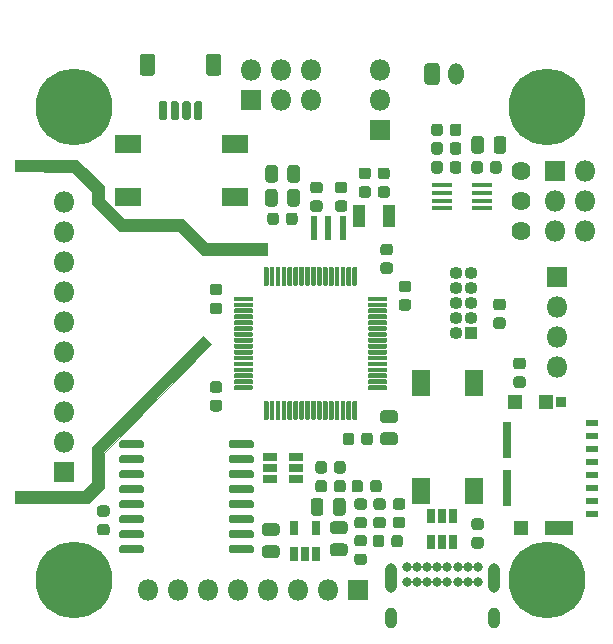
<source format=gts>
%TF.GenerationSoftware,KiCad,Pcbnew,(5.1.6-0-10_14)*%
%TF.CreationDate,2021-04-22T17:40:41-07:00*%
%TF.ProjectId,BetsyBoardBig,42657473-7942-46f6-9172-644269672e6b,rev?*%
%TF.SameCoordinates,Original*%
%TF.FileFunction,Soldermask,Top*%
%TF.FilePolarity,Negative*%
%FSLAX46Y46*%
G04 Gerber Fmt 4.6, Leading zero omitted, Abs format (unit mm)*
G04 Created by KiCad (PCBNEW (5.1.6-0-10_14)) date 2021-04-22 17:40:41*
%MOMM*%
%LPD*%
G01*
G04 APERTURE LIST*
%ADD10C,0.100000*%
%ADD11C,1.624000*%
%ADD12R,0.650000X3.010000*%
%ADD13R,1.300000X1.150000*%
%ADD14R,1.180000X1.150000*%
%ADD15R,0.880000X0.820000*%
%ADD16R,2.490000X1.150000*%
%ADD17R,1.100000X0.600000*%
%ADD18R,2.200000X1.500000*%
%ADD19R,1.500000X2.200000*%
%ADD20O,1.000000X1.800000*%
%ADD21O,1.000000X2.500000*%
%ADD22C,0.800000*%
%ADD23O,1.800000X1.800000*%
%ADD24R,1.800000X1.800000*%
%ADD25R,1.700000X0.400000*%
%ADD26O,1.100000X1.100000*%
%ADD27R,1.100000X1.100000*%
%ADD28O,1.300000X1.850000*%
%ADD29R,1.160000X0.750000*%
%ADD30C,0.900000*%
%ADD31C,6.500000*%
%ADD32R,0.750000X1.160000*%
%ADD33R,1.100000X1.900000*%
%ADD34R,0.500000X2.000000*%
G04 APERTURE END LIST*
D10*
G36*
X111600000Y-75100000D02*
G01*
X102500000Y-84250000D01*
X102500000Y-87250000D01*
X101250000Y-88500000D01*
X95000000Y-88500000D01*
X95000000Y-87500000D01*
X100750000Y-87500000D01*
X101500000Y-86750000D01*
X101500000Y-83750000D01*
X110900000Y-74400000D01*
X111600000Y-75100000D01*
G37*
X111600000Y-75100000D02*
X102500000Y-84250000D01*
X102500000Y-87250000D01*
X101250000Y-88500000D01*
X95000000Y-88500000D01*
X95000000Y-87500000D01*
X100750000Y-87500000D01*
X101500000Y-86750000D01*
X101500000Y-83750000D01*
X110900000Y-74400000D01*
X111600000Y-75100000D01*
G36*
X102500000Y-61700000D02*
G01*
X102500000Y-62800000D01*
X104200000Y-64500000D01*
X109200000Y-64500000D01*
X111200000Y-66500000D01*
X116300000Y-66500000D01*
X116300000Y-67500000D01*
X110800000Y-67500000D01*
X108800000Y-65500000D01*
X103800000Y-65500000D01*
X101500000Y-63200000D01*
X101500000Y-62200000D01*
X99800000Y-60500000D01*
X95000000Y-60400000D01*
X95000000Y-59500000D01*
X100200000Y-59500000D01*
X102500000Y-61700000D01*
G37*
X102500000Y-61700000D02*
X102500000Y-62800000D01*
X104200000Y-64500000D01*
X109200000Y-64500000D01*
X111200000Y-66500000D01*
X116300000Y-66500000D01*
X116300000Y-67500000D01*
X110800000Y-67500000D01*
X108800000Y-65500000D01*
X103800000Y-65500000D01*
X101500000Y-63200000D01*
X101500000Y-62200000D01*
X99800000Y-60500000D01*
X95000000Y-60400000D01*
X95000000Y-59500000D01*
X100200000Y-59500000D01*
X102500000Y-61700000D01*
D11*
%TO.C,TP2-BOOT1*%
X137795000Y-65455800D03*
%TD*%
%TO.C,TP2-BOOT0*%
X137800000Y-60400000D03*
%TD*%
%TO.C,TP1-NRST1*%
X137807700Y-62915800D03*
%TD*%
D12*
%TO.C,J8*%
X136610000Y-83205000D03*
D13*
X137290000Y-79975000D03*
D14*
X139900000Y-79975000D03*
D15*
X141170000Y-80000000D03*
D12*
X136610000Y-87220000D03*
D13*
X137860000Y-90625000D03*
D16*
X141050000Y-90625000D03*
D17*
X143850000Y-89450000D03*
X143850000Y-88350000D03*
X143850000Y-87250000D03*
X143850000Y-86150000D03*
X143850000Y-85050000D03*
X143850000Y-83950000D03*
X143850000Y-82850000D03*
X143850000Y-81750000D03*
%TD*%
D18*
%TO.C,SW2*%
X104550000Y-58150000D03*
X104550000Y-62650000D03*
X113650000Y-58150000D03*
X113650000Y-62650000D03*
%TD*%
D19*
%TO.C,SW3*%
X129350000Y-87500000D03*
X133850000Y-87500000D03*
X129350000Y-78400000D03*
X133850000Y-78400000D03*
%TD*%
%TO.C,R9*%
G36*
G01*
X127781250Y-89100000D02*
X127218750Y-89100000D01*
G75*
G02*
X126975000Y-88856250I0J243750D01*
G01*
X126975000Y-88368750D01*
G75*
G02*
X127218750Y-88125000I243750J0D01*
G01*
X127781250Y-88125000D01*
G75*
G02*
X128025000Y-88368750I0J-243750D01*
G01*
X128025000Y-88856250D01*
G75*
G02*
X127781250Y-89100000I-243750J0D01*
G01*
G37*
G36*
G01*
X127781250Y-90675000D02*
X127218750Y-90675000D01*
G75*
G02*
X126975000Y-90431250I0J243750D01*
G01*
X126975000Y-89943750D01*
G75*
G02*
X127218750Y-89700000I243750J0D01*
G01*
X127781250Y-89700000D01*
G75*
G02*
X128025000Y-89943750I0J-243750D01*
G01*
X128025000Y-90431250D01*
G75*
G02*
X127781250Y-90675000I-243750J0D01*
G01*
G37*
%TD*%
%TO.C,R8*%
G36*
G01*
X134431250Y-90800000D02*
X133868750Y-90800000D01*
G75*
G02*
X133625000Y-90556250I0J243750D01*
G01*
X133625000Y-90068750D01*
G75*
G02*
X133868750Y-89825000I243750J0D01*
G01*
X134431250Y-89825000D01*
G75*
G02*
X134675000Y-90068750I0J-243750D01*
G01*
X134675000Y-90556250D01*
G75*
G02*
X134431250Y-90800000I-243750J0D01*
G01*
G37*
G36*
G01*
X134431250Y-92375000D02*
X133868750Y-92375000D01*
G75*
G02*
X133625000Y-92131250I0J243750D01*
G01*
X133625000Y-91643750D01*
G75*
G02*
X133868750Y-91400000I243750J0D01*
G01*
X134431250Y-91400000D01*
G75*
G02*
X134675000Y-91643750I0J-243750D01*
G01*
X134675000Y-92131250D01*
G75*
G02*
X134431250Y-92375000I-243750J0D01*
G01*
G37*
%TD*%
D20*
%TO.C,J3*%
X135500000Y-98260000D03*
X126850000Y-98260000D03*
D21*
X135500000Y-94880000D03*
X126850000Y-94880000D03*
D22*
X131600000Y-95250000D03*
X134150000Y-95250000D03*
X133300000Y-95250000D03*
X132450000Y-95250000D03*
X128200000Y-95250000D03*
X129900000Y-95250000D03*
X130750000Y-95250000D03*
X129050000Y-95250000D03*
X134150000Y-93900000D03*
X133300000Y-93900000D03*
X132450000Y-93900000D03*
X131600000Y-93900000D03*
X130750000Y-93900000D03*
X129900000Y-93900000D03*
X129050000Y-93900000D03*
X128200000Y-93900000D03*
%TD*%
D23*
%TO.C,J9*%
X140900000Y-76970000D03*
X140900000Y-74430000D03*
X140900000Y-71890000D03*
D24*
X140900000Y-69350000D03*
%TD*%
D25*
%TO.C,U3*%
X134500000Y-61625000D03*
X134500000Y-62275000D03*
X134500000Y-62925000D03*
X134500000Y-63575000D03*
X131100000Y-63575000D03*
X131100000Y-62925000D03*
X131100000Y-62275000D03*
X131100000Y-61625000D03*
%TD*%
%TO.C,R3*%
G36*
G01*
X134600000Y-59818750D02*
X134600000Y-60381250D01*
G75*
G02*
X134356250Y-60625000I-243750J0D01*
G01*
X133868750Y-60625000D01*
G75*
G02*
X133625000Y-60381250I0J243750D01*
G01*
X133625000Y-59818750D01*
G75*
G02*
X133868750Y-59575000I243750J0D01*
G01*
X134356250Y-59575000D01*
G75*
G02*
X134600000Y-59818750I0J-243750D01*
G01*
G37*
G36*
G01*
X136175000Y-59818750D02*
X136175000Y-60381250D01*
G75*
G02*
X135931250Y-60625000I-243750J0D01*
G01*
X135443750Y-60625000D01*
G75*
G02*
X135200000Y-60381250I0J243750D01*
G01*
X135200000Y-59818750D01*
G75*
G02*
X135443750Y-59575000I243750J0D01*
G01*
X135931250Y-59575000D01*
G75*
G02*
X136175000Y-59818750I0J-243750D01*
G01*
G37*
%TD*%
%TO.C,R2*%
G36*
G01*
X131200000Y-58218750D02*
X131200000Y-58781250D01*
G75*
G02*
X130956250Y-59025000I-243750J0D01*
G01*
X130468750Y-59025000D01*
G75*
G02*
X130225000Y-58781250I0J243750D01*
G01*
X130225000Y-58218750D01*
G75*
G02*
X130468750Y-57975000I243750J0D01*
G01*
X130956250Y-57975000D01*
G75*
G02*
X131200000Y-58218750I0J-243750D01*
G01*
G37*
G36*
G01*
X132775000Y-58218750D02*
X132775000Y-58781250D01*
G75*
G02*
X132531250Y-59025000I-243750J0D01*
G01*
X132043750Y-59025000D01*
G75*
G02*
X131800000Y-58781250I0J243750D01*
G01*
X131800000Y-58218750D01*
G75*
G02*
X132043750Y-57975000I243750J0D01*
G01*
X132531250Y-57975000D01*
G75*
G02*
X132775000Y-58218750I0J-243750D01*
G01*
G37*
%TD*%
%TO.C,R1*%
G36*
G01*
X131200000Y-56643750D02*
X131200000Y-57206250D01*
G75*
G02*
X130956250Y-57450000I-243750J0D01*
G01*
X130468750Y-57450000D01*
G75*
G02*
X130225000Y-57206250I0J243750D01*
G01*
X130225000Y-56643750D01*
G75*
G02*
X130468750Y-56400000I243750J0D01*
G01*
X130956250Y-56400000D01*
G75*
G02*
X131200000Y-56643750I0J-243750D01*
G01*
G37*
G36*
G01*
X132775000Y-56643750D02*
X132775000Y-57206250D01*
G75*
G02*
X132531250Y-57450000I-243750J0D01*
G01*
X132043750Y-57450000D01*
G75*
G02*
X131800000Y-57206250I0J243750D01*
G01*
X131800000Y-56643750D01*
G75*
G02*
X132043750Y-56400000I243750J0D01*
G01*
X132531250Y-56400000D01*
G75*
G02*
X132775000Y-56643750I0J-243750D01*
G01*
G37*
%TD*%
%TO.C,C12*%
G36*
G01*
X135500000Y-58681250D02*
X135500000Y-57718750D01*
G75*
G02*
X135768750Y-57450000I268750J0D01*
G01*
X136306250Y-57450000D01*
G75*
G02*
X136575000Y-57718750I0J-268750D01*
G01*
X136575000Y-58681250D01*
G75*
G02*
X136306250Y-58950000I-268750J0D01*
G01*
X135768750Y-58950000D01*
G75*
G02*
X135500000Y-58681250I0J268750D01*
G01*
G37*
G36*
G01*
X133625000Y-58681250D02*
X133625000Y-57718750D01*
G75*
G02*
X133893750Y-57450000I268750J0D01*
G01*
X134431250Y-57450000D01*
G75*
G02*
X134700000Y-57718750I0J-268750D01*
G01*
X134700000Y-58681250D01*
G75*
G02*
X134431250Y-58950000I-268750J0D01*
G01*
X133893750Y-58950000D01*
G75*
G02*
X133625000Y-58681250I0J268750D01*
G01*
G37*
%TD*%
%TO.C,C11*%
G36*
G01*
X131200000Y-59818750D02*
X131200000Y-60381250D01*
G75*
G02*
X130956250Y-60625000I-243750J0D01*
G01*
X130468750Y-60625000D01*
G75*
G02*
X130225000Y-60381250I0J243750D01*
G01*
X130225000Y-59818750D01*
G75*
G02*
X130468750Y-59575000I243750J0D01*
G01*
X130956250Y-59575000D01*
G75*
G02*
X131200000Y-59818750I0J-243750D01*
G01*
G37*
G36*
G01*
X132775000Y-59818750D02*
X132775000Y-60381250D01*
G75*
G02*
X132531250Y-60625000I-243750J0D01*
G01*
X132043750Y-60625000D01*
G75*
G02*
X131800000Y-60381250I0J243750D01*
G01*
X131800000Y-59818750D01*
G75*
G02*
X132043750Y-59575000I243750J0D01*
G01*
X132531250Y-59575000D01*
G75*
G02*
X132775000Y-59818750I0J-243750D01*
G01*
G37*
%TD*%
D26*
%TO.C,P2*%
X132280000Y-69070000D03*
X133550000Y-69070000D03*
X132280000Y-70340000D03*
X133550000Y-70340000D03*
X132280000Y-71610000D03*
X133550000Y-71610000D03*
X132280000Y-72880000D03*
X133550000Y-72880000D03*
X132280000Y-74150000D03*
D27*
X133550000Y-74150000D03*
%TD*%
%TO.C,C3*%
G36*
G01*
X121100000Y-88368750D02*
X121100000Y-89331250D01*
G75*
G02*
X120831250Y-89600000I-268750J0D01*
G01*
X120293750Y-89600000D01*
G75*
G02*
X120025000Y-89331250I0J268750D01*
G01*
X120025000Y-88368750D01*
G75*
G02*
X120293750Y-88100000I268750J0D01*
G01*
X120831250Y-88100000D01*
G75*
G02*
X121100000Y-88368750I0J-268750D01*
G01*
G37*
G36*
G01*
X122975000Y-88368750D02*
X122975000Y-89331250D01*
G75*
G02*
X122706250Y-89600000I-268750J0D01*
G01*
X122168750Y-89600000D01*
G75*
G02*
X121900000Y-89331250I0J268750D01*
G01*
X121900000Y-88368750D01*
G75*
G02*
X122168750Y-88100000I268750J0D01*
G01*
X122706250Y-88100000D01*
G75*
G02*
X122975000Y-88368750I0J-268750D01*
G01*
G37*
%TD*%
D23*
%TO.C,J1*%
X120080000Y-51860000D03*
X120080000Y-54400000D03*
X117540000Y-51860000D03*
X117540000Y-54400000D03*
X115000000Y-51860000D03*
D24*
X115000000Y-54400000D03*
%TD*%
D23*
%TO.C,J2*%
X143240000Y-65480000D03*
X140700000Y-65480000D03*
X143240000Y-62940000D03*
X140700000Y-62940000D03*
X143240000Y-60400000D03*
D24*
X140700000Y-60400000D03*
%TD*%
D23*
%TO.C,SW1*%
X125900000Y-51820000D03*
X125900000Y-54360000D03*
D24*
X125900000Y-56900000D03*
%TD*%
D28*
%TO.C,P1*%
X132300000Y-52200000D03*
G36*
G01*
X129650000Y-52854168D02*
X129650000Y-51545832D01*
G75*
G02*
X129920832Y-51275000I270832J0D01*
G01*
X130679168Y-51275000D01*
G75*
G02*
X130950000Y-51545832I0J-270832D01*
G01*
X130950000Y-52854168D01*
G75*
G02*
X130679168Y-53125000I-270832J0D01*
G01*
X129920832Y-53125000D01*
G75*
G02*
X129650000Y-52854168I0J270832D01*
G01*
G37*
%TD*%
%TO.C,C20*%
G36*
G01*
X102182350Y-90292200D02*
X102744850Y-90292200D01*
G75*
G02*
X102988600Y-90535950I0J-243750D01*
G01*
X102988600Y-91023450D01*
G75*
G02*
X102744850Y-91267200I-243750J0D01*
G01*
X102182350Y-91267200D01*
G75*
G02*
X101938600Y-91023450I0J243750D01*
G01*
X101938600Y-90535950D01*
G75*
G02*
X102182350Y-90292200I243750J0D01*
G01*
G37*
G36*
G01*
X102182350Y-88717200D02*
X102744850Y-88717200D01*
G75*
G02*
X102988600Y-88960950I0J-243750D01*
G01*
X102988600Y-89448450D01*
G75*
G02*
X102744850Y-89692200I-243750J0D01*
G01*
X102182350Y-89692200D01*
G75*
G02*
X101938600Y-89448450I0J243750D01*
G01*
X101938600Y-88960950D01*
G75*
G02*
X102182350Y-88717200I243750J0D01*
G01*
G37*
%TD*%
%TO.C,C5*%
G36*
G01*
X118027400Y-63168450D02*
X118027400Y-62205950D01*
G75*
G02*
X118296150Y-61937200I268750J0D01*
G01*
X118833650Y-61937200D01*
G75*
G02*
X119102400Y-62205950I0J-268750D01*
G01*
X119102400Y-63168450D01*
G75*
G02*
X118833650Y-63437200I-268750J0D01*
G01*
X118296150Y-63437200D01*
G75*
G02*
X118027400Y-63168450I0J268750D01*
G01*
G37*
G36*
G01*
X116152400Y-63168450D02*
X116152400Y-62205950D01*
G75*
G02*
X116421150Y-61937200I268750J0D01*
G01*
X116958650Y-61937200D01*
G75*
G02*
X117227400Y-62205950I0J-268750D01*
G01*
X117227400Y-63168450D01*
G75*
G02*
X116958650Y-63437200I-268750J0D01*
G01*
X116421150Y-63437200D01*
G75*
G02*
X116152400Y-63168450I0J268750D01*
G01*
G37*
%TD*%
D29*
%TO.C,U5*%
X116550000Y-85550000D03*
X116550000Y-86500000D03*
X116550000Y-84600000D03*
X118750000Y-84600000D03*
X118750000Y-85550000D03*
X118750000Y-86500000D03*
%TD*%
%TO.C,C8*%
G36*
G01*
X120781250Y-62300000D02*
X120218750Y-62300000D01*
G75*
G02*
X119975000Y-62056250I0J243750D01*
G01*
X119975000Y-61568750D01*
G75*
G02*
X120218750Y-61325000I243750J0D01*
G01*
X120781250Y-61325000D01*
G75*
G02*
X121025000Y-61568750I0J-243750D01*
G01*
X121025000Y-62056250D01*
G75*
G02*
X120781250Y-62300000I-243750J0D01*
G01*
G37*
G36*
G01*
X120781250Y-63875000D02*
X120218750Y-63875000D01*
G75*
G02*
X119975000Y-63631250I0J243750D01*
G01*
X119975000Y-63143750D01*
G75*
G02*
X120218750Y-62900000I243750J0D01*
G01*
X120781250Y-62900000D01*
G75*
G02*
X121025000Y-63143750I0J-243750D01*
G01*
X121025000Y-63631250D01*
G75*
G02*
X120781250Y-63875000I-243750J0D01*
G01*
G37*
%TD*%
%TO.C,C7*%
G36*
G01*
X122881250Y-62300000D02*
X122318750Y-62300000D01*
G75*
G02*
X122075000Y-62056250I0J243750D01*
G01*
X122075000Y-61568750D01*
G75*
G02*
X122318750Y-61325000I243750J0D01*
G01*
X122881250Y-61325000D01*
G75*
G02*
X123125000Y-61568750I0J-243750D01*
G01*
X123125000Y-62056250D01*
G75*
G02*
X122881250Y-62300000I-243750J0D01*
G01*
G37*
G36*
G01*
X122881250Y-63875000D02*
X122318750Y-63875000D01*
G75*
G02*
X122075000Y-63631250I0J243750D01*
G01*
X122075000Y-63143750D01*
G75*
G02*
X122318750Y-62900000I243750J0D01*
G01*
X122881250Y-62900000D01*
G75*
G02*
X123125000Y-63143750I0J-243750D01*
G01*
X123125000Y-63631250D01*
G75*
G02*
X122881250Y-63875000I-243750J0D01*
G01*
G37*
%TD*%
%TO.C,U4*%
G36*
G01*
X124950000Y-71050000D02*
X126400000Y-71050000D01*
G75*
G02*
X126500000Y-71150000I0J-100000D01*
G01*
X126500000Y-71350000D01*
G75*
G02*
X126400000Y-71450000I-100000J0D01*
G01*
X124950000Y-71450000D01*
G75*
G02*
X124850000Y-71350000I0J100000D01*
G01*
X124850000Y-71150000D01*
G75*
G02*
X124950000Y-71050000I100000J0D01*
G01*
G37*
G36*
G01*
X124950000Y-71550000D02*
X126400000Y-71550000D01*
G75*
G02*
X126500000Y-71650000I0J-100000D01*
G01*
X126500000Y-71850000D01*
G75*
G02*
X126400000Y-71950000I-100000J0D01*
G01*
X124950000Y-71950000D01*
G75*
G02*
X124850000Y-71850000I0J100000D01*
G01*
X124850000Y-71650000D01*
G75*
G02*
X124950000Y-71550000I100000J0D01*
G01*
G37*
G36*
G01*
X124950000Y-72050000D02*
X126400000Y-72050000D01*
G75*
G02*
X126500000Y-72150000I0J-100000D01*
G01*
X126500000Y-72350000D01*
G75*
G02*
X126400000Y-72450000I-100000J0D01*
G01*
X124950000Y-72450000D01*
G75*
G02*
X124850000Y-72350000I0J100000D01*
G01*
X124850000Y-72150000D01*
G75*
G02*
X124950000Y-72050000I100000J0D01*
G01*
G37*
G36*
G01*
X124950000Y-72550000D02*
X126400000Y-72550000D01*
G75*
G02*
X126500000Y-72650000I0J-100000D01*
G01*
X126500000Y-72850000D01*
G75*
G02*
X126400000Y-72950000I-100000J0D01*
G01*
X124950000Y-72950000D01*
G75*
G02*
X124850000Y-72850000I0J100000D01*
G01*
X124850000Y-72650000D01*
G75*
G02*
X124950000Y-72550000I100000J0D01*
G01*
G37*
G36*
G01*
X124950000Y-73050000D02*
X126400000Y-73050000D01*
G75*
G02*
X126500000Y-73150000I0J-100000D01*
G01*
X126500000Y-73350000D01*
G75*
G02*
X126400000Y-73450000I-100000J0D01*
G01*
X124950000Y-73450000D01*
G75*
G02*
X124850000Y-73350000I0J100000D01*
G01*
X124850000Y-73150000D01*
G75*
G02*
X124950000Y-73050000I100000J0D01*
G01*
G37*
G36*
G01*
X124950000Y-73550000D02*
X126400000Y-73550000D01*
G75*
G02*
X126500000Y-73650000I0J-100000D01*
G01*
X126500000Y-73850000D01*
G75*
G02*
X126400000Y-73950000I-100000J0D01*
G01*
X124950000Y-73950000D01*
G75*
G02*
X124850000Y-73850000I0J100000D01*
G01*
X124850000Y-73650000D01*
G75*
G02*
X124950000Y-73550000I100000J0D01*
G01*
G37*
G36*
G01*
X124950000Y-74050000D02*
X126400000Y-74050000D01*
G75*
G02*
X126500000Y-74150000I0J-100000D01*
G01*
X126500000Y-74350000D01*
G75*
G02*
X126400000Y-74450000I-100000J0D01*
G01*
X124950000Y-74450000D01*
G75*
G02*
X124850000Y-74350000I0J100000D01*
G01*
X124850000Y-74150000D01*
G75*
G02*
X124950000Y-74050000I100000J0D01*
G01*
G37*
G36*
G01*
X124950000Y-74550000D02*
X126400000Y-74550000D01*
G75*
G02*
X126500000Y-74650000I0J-100000D01*
G01*
X126500000Y-74850000D01*
G75*
G02*
X126400000Y-74950000I-100000J0D01*
G01*
X124950000Y-74950000D01*
G75*
G02*
X124850000Y-74850000I0J100000D01*
G01*
X124850000Y-74650000D01*
G75*
G02*
X124950000Y-74550000I100000J0D01*
G01*
G37*
G36*
G01*
X124950000Y-75050000D02*
X126400000Y-75050000D01*
G75*
G02*
X126500000Y-75150000I0J-100000D01*
G01*
X126500000Y-75350000D01*
G75*
G02*
X126400000Y-75450000I-100000J0D01*
G01*
X124950000Y-75450000D01*
G75*
G02*
X124850000Y-75350000I0J100000D01*
G01*
X124850000Y-75150000D01*
G75*
G02*
X124950000Y-75050000I100000J0D01*
G01*
G37*
G36*
G01*
X124950000Y-75550000D02*
X126400000Y-75550000D01*
G75*
G02*
X126500000Y-75650000I0J-100000D01*
G01*
X126500000Y-75850000D01*
G75*
G02*
X126400000Y-75950000I-100000J0D01*
G01*
X124950000Y-75950000D01*
G75*
G02*
X124850000Y-75850000I0J100000D01*
G01*
X124850000Y-75650000D01*
G75*
G02*
X124950000Y-75550000I100000J0D01*
G01*
G37*
G36*
G01*
X124950000Y-76050000D02*
X126400000Y-76050000D01*
G75*
G02*
X126500000Y-76150000I0J-100000D01*
G01*
X126500000Y-76350000D01*
G75*
G02*
X126400000Y-76450000I-100000J0D01*
G01*
X124950000Y-76450000D01*
G75*
G02*
X124850000Y-76350000I0J100000D01*
G01*
X124850000Y-76150000D01*
G75*
G02*
X124950000Y-76050000I100000J0D01*
G01*
G37*
G36*
G01*
X124950000Y-76550000D02*
X126400000Y-76550000D01*
G75*
G02*
X126500000Y-76650000I0J-100000D01*
G01*
X126500000Y-76850000D01*
G75*
G02*
X126400000Y-76950000I-100000J0D01*
G01*
X124950000Y-76950000D01*
G75*
G02*
X124850000Y-76850000I0J100000D01*
G01*
X124850000Y-76650000D01*
G75*
G02*
X124950000Y-76550000I100000J0D01*
G01*
G37*
G36*
G01*
X124950000Y-77050000D02*
X126400000Y-77050000D01*
G75*
G02*
X126500000Y-77150000I0J-100000D01*
G01*
X126500000Y-77350000D01*
G75*
G02*
X126400000Y-77450000I-100000J0D01*
G01*
X124950000Y-77450000D01*
G75*
G02*
X124850000Y-77350000I0J100000D01*
G01*
X124850000Y-77150000D01*
G75*
G02*
X124950000Y-77050000I100000J0D01*
G01*
G37*
G36*
G01*
X124950000Y-77550000D02*
X126400000Y-77550000D01*
G75*
G02*
X126500000Y-77650000I0J-100000D01*
G01*
X126500000Y-77850000D01*
G75*
G02*
X126400000Y-77950000I-100000J0D01*
G01*
X124950000Y-77950000D01*
G75*
G02*
X124850000Y-77850000I0J100000D01*
G01*
X124850000Y-77650000D01*
G75*
G02*
X124950000Y-77550000I100000J0D01*
G01*
G37*
G36*
G01*
X124950000Y-78050000D02*
X126400000Y-78050000D01*
G75*
G02*
X126500000Y-78150000I0J-100000D01*
G01*
X126500000Y-78350000D01*
G75*
G02*
X126400000Y-78450000I-100000J0D01*
G01*
X124950000Y-78450000D01*
G75*
G02*
X124850000Y-78350000I0J100000D01*
G01*
X124850000Y-78150000D01*
G75*
G02*
X124950000Y-78050000I100000J0D01*
G01*
G37*
G36*
G01*
X124950000Y-78550000D02*
X126400000Y-78550000D01*
G75*
G02*
X126500000Y-78650000I0J-100000D01*
G01*
X126500000Y-78850000D01*
G75*
G02*
X126400000Y-78950000I-100000J0D01*
G01*
X124950000Y-78950000D01*
G75*
G02*
X124850000Y-78850000I0J100000D01*
G01*
X124850000Y-78650000D01*
G75*
G02*
X124950000Y-78550000I100000J0D01*
G01*
G37*
G36*
G01*
X123650000Y-79850000D02*
X123850000Y-79850000D01*
G75*
G02*
X123950000Y-79950000I0J-100000D01*
G01*
X123950000Y-81400000D01*
G75*
G02*
X123850000Y-81500000I-100000J0D01*
G01*
X123650000Y-81500000D01*
G75*
G02*
X123550000Y-81400000I0J100000D01*
G01*
X123550000Y-79950000D01*
G75*
G02*
X123650000Y-79850000I100000J0D01*
G01*
G37*
G36*
G01*
X123150000Y-79850000D02*
X123350000Y-79850000D01*
G75*
G02*
X123450000Y-79950000I0J-100000D01*
G01*
X123450000Y-81400000D01*
G75*
G02*
X123350000Y-81500000I-100000J0D01*
G01*
X123150000Y-81500000D01*
G75*
G02*
X123050000Y-81400000I0J100000D01*
G01*
X123050000Y-79950000D01*
G75*
G02*
X123150000Y-79850000I100000J0D01*
G01*
G37*
G36*
G01*
X122650000Y-79850000D02*
X122850000Y-79850000D01*
G75*
G02*
X122950000Y-79950000I0J-100000D01*
G01*
X122950000Y-81400000D01*
G75*
G02*
X122850000Y-81500000I-100000J0D01*
G01*
X122650000Y-81500000D01*
G75*
G02*
X122550000Y-81400000I0J100000D01*
G01*
X122550000Y-79950000D01*
G75*
G02*
X122650000Y-79850000I100000J0D01*
G01*
G37*
G36*
G01*
X122150000Y-79850000D02*
X122350000Y-79850000D01*
G75*
G02*
X122450000Y-79950000I0J-100000D01*
G01*
X122450000Y-81400000D01*
G75*
G02*
X122350000Y-81500000I-100000J0D01*
G01*
X122150000Y-81500000D01*
G75*
G02*
X122050000Y-81400000I0J100000D01*
G01*
X122050000Y-79950000D01*
G75*
G02*
X122150000Y-79850000I100000J0D01*
G01*
G37*
G36*
G01*
X121650000Y-79850000D02*
X121850000Y-79850000D01*
G75*
G02*
X121950000Y-79950000I0J-100000D01*
G01*
X121950000Y-81400000D01*
G75*
G02*
X121850000Y-81500000I-100000J0D01*
G01*
X121650000Y-81500000D01*
G75*
G02*
X121550000Y-81400000I0J100000D01*
G01*
X121550000Y-79950000D01*
G75*
G02*
X121650000Y-79850000I100000J0D01*
G01*
G37*
G36*
G01*
X121150000Y-79850000D02*
X121350000Y-79850000D01*
G75*
G02*
X121450000Y-79950000I0J-100000D01*
G01*
X121450000Y-81400000D01*
G75*
G02*
X121350000Y-81500000I-100000J0D01*
G01*
X121150000Y-81500000D01*
G75*
G02*
X121050000Y-81400000I0J100000D01*
G01*
X121050000Y-79950000D01*
G75*
G02*
X121150000Y-79850000I100000J0D01*
G01*
G37*
G36*
G01*
X120650000Y-79850000D02*
X120850000Y-79850000D01*
G75*
G02*
X120950000Y-79950000I0J-100000D01*
G01*
X120950000Y-81400000D01*
G75*
G02*
X120850000Y-81500000I-100000J0D01*
G01*
X120650000Y-81500000D01*
G75*
G02*
X120550000Y-81400000I0J100000D01*
G01*
X120550000Y-79950000D01*
G75*
G02*
X120650000Y-79850000I100000J0D01*
G01*
G37*
G36*
G01*
X120150000Y-79850000D02*
X120350000Y-79850000D01*
G75*
G02*
X120450000Y-79950000I0J-100000D01*
G01*
X120450000Y-81400000D01*
G75*
G02*
X120350000Y-81500000I-100000J0D01*
G01*
X120150000Y-81500000D01*
G75*
G02*
X120050000Y-81400000I0J100000D01*
G01*
X120050000Y-79950000D01*
G75*
G02*
X120150000Y-79850000I100000J0D01*
G01*
G37*
G36*
G01*
X119650000Y-79850000D02*
X119850000Y-79850000D01*
G75*
G02*
X119950000Y-79950000I0J-100000D01*
G01*
X119950000Y-81400000D01*
G75*
G02*
X119850000Y-81500000I-100000J0D01*
G01*
X119650000Y-81500000D01*
G75*
G02*
X119550000Y-81400000I0J100000D01*
G01*
X119550000Y-79950000D01*
G75*
G02*
X119650000Y-79850000I100000J0D01*
G01*
G37*
G36*
G01*
X119150000Y-79850000D02*
X119350000Y-79850000D01*
G75*
G02*
X119450000Y-79950000I0J-100000D01*
G01*
X119450000Y-81400000D01*
G75*
G02*
X119350000Y-81500000I-100000J0D01*
G01*
X119150000Y-81500000D01*
G75*
G02*
X119050000Y-81400000I0J100000D01*
G01*
X119050000Y-79950000D01*
G75*
G02*
X119150000Y-79850000I100000J0D01*
G01*
G37*
G36*
G01*
X118650000Y-79850000D02*
X118850000Y-79850000D01*
G75*
G02*
X118950000Y-79950000I0J-100000D01*
G01*
X118950000Y-81400000D01*
G75*
G02*
X118850000Y-81500000I-100000J0D01*
G01*
X118650000Y-81500000D01*
G75*
G02*
X118550000Y-81400000I0J100000D01*
G01*
X118550000Y-79950000D01*
G75*
G02*
X118650000Y-79850000I100000J0D01*
G01*
G37*
G36*
G01*
X118150000Y-79850000D02*
X118350000Y-79850000D01*
G75*
G02*
X118450000Y-79950000I0J-100000D01*
G01*
X118450000Y-81400000D01*
G75*
G02*
X118350000Y-81500000I-100000J0D01*
G01*
X118150000Y-81500000D01*
G75*
G02*
X118050000Y-81400000I0J100000D01*
G01*
X118050000Y-79950000D01*
G75*
G02*
X118150000Y-79850000I100000J0D01*
G01*
G37*
G36*
G01*
X117650000Y-79850000D02*
X117850000Y-79850000D01*
G75*
G02*
X117950000Y-79950000I0J-100000D01*
G01*
X117950000Y-81400000D01*
G75*
G02*
X117850000Y-81500000I-100000J0D01*
G01*
X117650000Y-81500000D01*
G75*
G02*
X117550000Y-81400000I0J100000D01*
G01*
X117550000Y-79950000D01*
G75*
G02*
X117650000Y-79850000I100000J0D01*
G01*
G37*
G36*
G01*
X117150000Y-79850000D02*
X117350000Y-79850000D01*
G75*
G02*
X117450000Y-79950000I0J-100000D01*
G01*
X117450000Y-81400000D01*
G75*
G02*
X117350000Y-81500000I-100000J0D01*
G01*
X117150000Y-81500000D01*
G75*
G02*
X117050000Y-81400000I0J100000D01*
G01*
X117050000Y-79950000D01*
G75*
G02*
X117150000Y-79850000I100000J0D01*
G01*
G37*
G36*
G01*
X116650000Y-79850000D02*
X116850000Y-79850000D01*
G75*
G02*
X116950000Y-79950000I0J-100000D01*
G01*
X116950000Y-81400000D01*
G75*
G02*
X116850000Y-81500000I-100000J0D01*
G01*
X116650000Y-81500000D01*
G75*
G02*
X116550000Y-81400000I0J100000D01*
G01*
X116550000Y-79950000D01*
G75*
G02*
X116650000Y-79850000I100000J0D01*
G01*
G37*
G36*
G01*
X116150000Y-79850000D02*
X116350000Y-79850000D01*
G75*
G02*
X116450000Y-79950000I0J-100000D01*
G01*
X116450000Y-81400000D01*
G75*
G02*
X116350000Y-81500000I-100000J0D01*
G01*
X116150000Y-81500000D01*
G75*
G02*
X116050000Y-81400000I0J100000D01*
G01*
X116050000Y-79950000D01*
G75*
G02*
X116150000Y-79850000I100000J0D01*
G01*
G37*
G36*
G01*
X113600000Y-78550000D02*
X115050000Y-78550000D01*
G75*
G02*
X115150000Y-78650000I0J-100000D01*
G01*
X115150000Y-78850000D01*
G75*
G02*
X115050000Y-78950000I-100000J0D01*
G01*
X113600000Y-78950000D01*
G75*
G02*
X113500000Y-78850000I0J100000D01*
G01*
X113500000Y-78650000D01*
G75*
G02*
X113600000Y-78550000I100000J0D01*
G01*
G37*
G36*
G01*
X113600000Y-78050000D02*
X115050000Y-78050000D01*
G75*
G02*
X115150000Y-78150000I0J-100000D01*
G01*
X115150000Y-78350000D01*
G75*
G02*
X115050000Y-78450000I-100000J0D01*
G01*
X113600000Y-78450000D01*
G75*
G02*
X113500000Y-78350000I0J100000D01*
G01*
X113500000Y-78150000D01*
G75*
G02*
X113600000Y-78050000I100000J0D01*
G01*
G37*
G36*
G01*
X113600000Y-77550000D02*
X115050000Y-77550000D01*
G75*
G02*
X115150000Y-77650000I0J-100000D01*
G01*
X115150000Y-77850000D01*
G75*
G02*
X115050000Y-77950000I-100000J0D01*
G01*
X113600000Y-77950000D01*
G75*
G02*
X113500000Y-77850000I0J100000D01*
G01*
X113500000Y-77650000D01*
G75*
G02*
X113600000Y-77550000I100000J0D01*
G01*
G37*
G36*
G01*
X113600000Y-77050000D02*
X115050000Y-77050000D01*
G75*
G02*
X115150000Y-77150000I0J-100000D01*
G01*
X115150000Y-77350000D01*
G75*
G02*
X115050000Y-77450000I-100000J0D01*
G01*
X113600000Y-77450000D01*
G75*
G02*
X113500000Y-77350000I0J100000D01*
G01*
X113500000Y-77150000D01*
G75*
G02*
X113600000Y-77050000I100000J0D01*
G01*
G37*
G36*
G01*
X113600000Y-76550000D02*
X115050000Y-76550000D01*
G75*
G02*
X115150000Y-76650000I0J-100000D01*
G01*
X115150000Y-76850000D01*
G75*
G02*
X115050000Y-76950000I-100000J0D01*
G01*
X113600000Y-76950000D01*
G75*
G02*
X113500000Y-76850000I0J100000D01*
G01*
X113500000Y-76650000D01*
G75*
G02*
X113600000Y-76550000I100000J0D01*
G01*
G37*
G36*
G01*
X113600000Y-76050000D02*
X115050000Y-76050000D01*
G75*
G02*
X115150000Y-76150000I0J-100000D01*
G01*
X115150000Y-76350000D01*
G75*
G02*
X115050000Y-76450000I-100000J0D01*
G01*
X113600000Y-76450000D01*
G75*
G02*
X113500000Y-76350000I0J100000D01*
G01*
X113500000Y-76150000D01*
G75*
G02*
X113600000Y-76050000I100000J0D01*
G01*
G37*
G36*
G01*
X113600000Y-75550000D02*
X115050000Y-75550000D01*
G75*
G02*
X115150000Y-75650000I0J-100000D01*
G01*
X115150000Y-75850000D01*
G75*
G02*
X115050000Y-75950000I-100000J0D01*
G01*
X113600000Y-75950000D01*
G75*
G02*
X113500000Y-75850000I0J100000D01*
G01*
X113500000Y-75650000D01*
G75*
G02*
X113600000Y-75550000I100000J0D01*
G01*
G37*
G36*
G01*
X113600000Y-75050000D02*
X115050000Y-75050000D01*
G75*
G02*
X115150000Y-75150000I0J-100000D01*
G01*
X115150000Y-75350000D01*
G75*
G02*
X115050000Y-75450000I-100000J0D01*
G01*
X113600000Y-75450000D01*
G75*
G02*
X113500000Y-75350000I0J100000D01*
G01*
X113500000Y-75150000D01*
G75*
G02*
X113600000Y-75050000I100000J0D01*
G01*
G37*
G36*
G01*
X113600000Y-74550000D02*
X115050000Y-74550000D01*
G75*
G02*
X115150000Y-74650000I0J-100000D01*
G01*
X115150000Y-74850000D01*
G75*
G02*
X115050000Y-74950000I-100000J0D01*
G01*
X113600000Y-74950000D01*
G75*
G02*
X113500000Y-74850000I0J100000D01*
G01*
X113500000Y-74650000D01*
G75*
G02*
X113600000Y-74550000I100000J0D01*
G01*
G37*
G36*
G01*
X113600000Y-74050000D02*
X115050000Y-74050000D01*
G75*
G02*
X115150000Y-74150000I0J-100000D01*
G01*
X115150000Y-74350000D01*
G75*
G02*
X115050000Y-74450000I-100000J0D01*
G01*
X113600000Y-74450000D01*
G75*
G02*
X113500000Y-74350000I0J100000D01*
G01*
X113500000Y-74150000D01*
G75*
G02*
X113600000Y-74050000I100000J0D01*
G01*
G37*
G36*
G01*
X113600000Y-73550000D02*
X115050000Y-73550000D01*
G75*
G02*
X115150000Y-73650000I0J-100000D01*
G01*
X115150000Y-73850000D01*
G75*
G02*
X115050000Y-73950000I-100000J0D01*
G01*
X113600000Y-73950000D01*
G75*
G02*
X113500000Y-73850000I0J100000D01*
G01*
X113500000Y-73650000D01*
G75*
G02*
X113600000Y-73550000I100000J0D01*
G01*
G37*
G36*
G01*
X113600000Y-73050000D02*
X115050000Y-73050000D01*
G75*
G02*
X115150000Y-73150000I0J-100000D01*
G01*
X115150000Y-73350000D01*
G75*
G02*
X115050000Y-73450000I-100000J0D01*
G01*
X113600000Y-73450000D01*
G75*
G02*
X113500000Y-73350000I0J100000D01*
G01*
X113500000Y-73150000D01*
G75*
G02*
X113600000Y-73050000I100000J0D01*
G01*
G37*
G36*
G01*
X113600000Y-72550000D02*
X115050000Y-72550000D01*
G75*
G02*
X115150000Y-72650000I0J-100000D01*
G01*
X115150000Y-72850000D01*
G75*
G02*
X115050000Y-72950000I-100000J0D01*
G01*
X113600000Y-72950000D01*
G75*
G02*
X113500000Y-72850000I0J100000D01*
G01*
X113500000Y-72650000D01*
G75*
G02*
X113600000Y-72550000I100000J0D01*
G01*
G37*
G36*
G01*
X113600000Y-72050000D02*
X115050000Y-72050000D01*
G75*
G02*
X115150000Y-72150000I0J-100000D01*
G01*
X115150000Y-72350000D01*
G75*
G02*
X115050000Y-72450000I-100000J0D01*
G01*
X113600000Y-72450000D01*
G75*
G02*
X113500000Y-72350000I0J100000D01*
G01*
X113500000Y-72150000D01*
G75*
G02*
X113600000Y-72050000I100000J0D01*
G01*
G37*
G36*
G01*
X113600000Y-71550000D02*
X115050000Y-71550000D01*
G75*
G02*
X115150000Y-71650000I0J-100000D01*
G01*
X115150000Y-71850000D01*
G75*
G02*
X115050000Y-71950000I-100000J0D01*
G01*
X113600000Y-71950000D01*
G75*
G02*
X113500000Y-71850000I0J100000D01*
G01*
X113500000Y-71650000D01*
G75*
G02*
X113600000Y-71550000I100000J0D01*
G01*
G37*
G36*
G01*
X113600000Y-71050000D02*
X115050000Y-71050000D01*
G75*
G02*
X115150000Y-71150000I0J-100000D01*
G01*
X115150000Y-71350000D01*
G75*
G02*
X115050000Y-71450000I-100000J0D01*
G01*
X113600000Y-71450000D01*
G75*
G02*
X113500000Y-71350000I0J100000D01*
G01*
X113500000Y-71150000D01*
G75*
G02*
X113600000Y-71050000I100000J0D01*
G01*
G37*
G36*
G01*
X116150000Y-68500000D02*
X116350000Y-68500000D01*
G75*
G02*
X116450000Y-68600000I0J-100000D01*
G01*
X116450000Y-70050000D01*
G75*
G02*
X116350000Y-70150000I-100000J0D01*
G01*
X116150000Y-70150000D01*
G75*
G02*
X116050000Y-70050000I0J100000D01*
G01*
X116050000Y-68600000D01*
G75*
G02*
X116150000Y-68500000I100000J0D01*
G01*
G37*
G36*
G01*
X116650000Y-68500000D02*
X116850000Y-68500000D01*
G75*
G02*
X116950000Y-68600000I0J-100000D01*
G01*
X116950000Y-70050000D01*
G75*
G02*
X116850000Y-70150000I-100000J0D01*
G01*
X116650000Y-70150000D01*
G75*
G02*
X116550000Y-70050000I0J100000D01*
G01*
X116550000Y-68600000D01*
G75*
G02*
X116650000Y-68500000I100000J0D01*
G01*
G37*
G36*
G01*
X117150000Y-68500000D02*
X117350000Y-68500000D01*
G75*
G02*
X117450000Y-68600000I0J-100000D01*
G01*
X117450000Y-70050000D01*
G75*
G02*
X117350000Y-70150000I-100000J0D01*
G01*
X117150000Y-70150000D01*
G75*
G02*
X117050000Y-70050000I0J100000D01*
G01*
X117050000Y-68600000D01*
G75*
G02*
X117150000Y-68500000I100000J0D01*
G01*
G37*
G36*
G01*
X117650000Y-68500000D02*
X117850000Y-68500000D01*
G75*
G02*
X117950000Y-68600000I0J-100000D01*
G01*
X117950000Y-70050000D01*
G75*
G02*
X117850000Y-70150000I-100000J0D01*
G01*
X117650000Y-70150000D01*
G75*
G02*
X117550000Y-70050000I0J100000D01*
G01*
X117550000Y-68600000D01*
G75*
G02*
X117650000Y-68500000I100000J0D01*
G01*
G37*
G36*
G01*
X118150000Y-68500000D02*
X118350000Y-68500000D01*
G75*
G02*
X118450000Y-68600000I0J-100000D01*
G01*
X118450000Y-70050000D01*
G75*
G02*
X118350000Y-70150000I-100000J0D01*
G01*
X118150000Y-70150000D01*
G75*
G02*
X118050000Y-70050000I0J100000D01*
G01*
X118050000Y-68600000D01*
G75*
G02*
X118150000Y-68500000I100000J0D01*
G01*
G37*
G36*
G01*
X118650000Y-68500000D02*
X118850000Y-68500000D01*
G75*
G02*
X118950000Y-68600000I0J-100000D01*
G01*
X118950000Y-70050000D01*
G75*
G02*
X118850000Y-70150000I-100000J0D01*
G01*
X118650000Y-70150000D01*
G75*
G02*
X118550000Y-70050000I0J100000D01*
G01*
X118550000Y-68600000D01*
G75*
G02*
X118650000Y-68500000I100000J0D01*
G01*
G37*
G36*
G01*
X119150000Y-68500000D02*
X119350000Y-68500000D01*
G75*
G02*
X119450000Y-68600000I0J-100000D01*
G01*
X119450000Y-70050000D01*
G75*
G02*
X119350000Y-70150000I-100000J0D01*
G01*
X119150000Y-70150000D01*
G75*
G02*
X119050000Y-70050000I0J100000D01*
G01*
X119050000Y-68600000D01*
G75*
G02*
X119150000Y-68500000I100000J0D01*
G01*
G37*
G36*
G01*
X119650000Y-68500000D02*
X119850000Y-68500000D01*
G75*
G02*
X119950000Y-68600000I0J-100000D01*
G01*
X119950000Y-70050000D01*
G75*
G02*
X119850000Y-70150000I-100000J0D01*
G01*
X119650000Y-70150000D01*
G75*
G02*
X119550000Y-70050000I0J100000D01*
G01*
X119550000Y-68600000D01*
G75*
G02*
X119650000Y-68500000I100000J0D01*
G01*
G37*
G36*
G01*
X120150000Y-68500000D02*
X120350000Y-68500000D01*
G75*
G02*
X120450000Y-68600000I0J-100000D01*
G01*
X120450000Y-70050000D01*
G75*
G02*
X120350000Y-70150000I-100000J0D01*
G01*
X120150000Y-70150000D01*
G75*
G02*
X120050000Y-70050000I0J100000D01*
G01*
X120050000Y-68600000D01*
G75*
G02*
X120150000Y-68500000I100000J0D01*
G01*
G37*
G36*
G01*
X120650000Y-68500000D02*
X120850000Y-68500000D01*
G75*
G02*
X120950000Y-68600000I0J-100000D01*
G01*
X120950000Y-70050000D01*
G75*
G02*
X120850000Y-70150000I-100000J0D01*
G01*
X120650000Y-70150000D01*
G75*
G02*
X120550000Y-70050000I0J100000D01*
G01*
X120550000Y-68600000D01*
G75*
G02*
X120650000Y-68500000I100000J0D01*
G01*
G37*
G36*
G01*
X121150000Y-68500000D02*
X121350000Y-68500000D01*
G75*
G02*
X121450000Y-68600000I0J-100000D01*
G01*
X121450000Y-70050000D01*
G75*
G02*
X121350000Y-70150000I-100000J0D01*
G01*
X121150000Y-70150000D01*
G75*
G02*
X121050000Y-70050000I0J100000D01*
G01*
X121050000Y-68600000D01*
G75*
G02*
X121150000Y-68500000I100000J0D01*
G01*
G37*
G36*
G01*
X121650000Y-68500000D02*
X121850000Y-68500000D01*
G75*
G02*
X121950000Y-68600000I0J-100000D01*
G01*
X121950000Y-70050000D01*
G75*
G02*
X121850000Y-70150000I-100000J0D01*
G01*
X121650000Y-70150000D01*
G75*
G02*
X121550000Y-70050000I0J100000D01*
G01*
X121550000Y-68600000D01*
G75*
G02*
X121650000Y-68500000I100000J0D01*
G01*
G37*
G36*
G01*
X122150000Y-68500000D02*
X122350000Y-68500000D01*
G75*
G02*
X122450000Y-68600000I0J-100000D01*
G01*
X122450000Y-70050000D01*
G75*
G02*
X122350000Y-70150000I-100000J0D01*
G01*
X122150000Y-70150000D01*
G75*
G02*
X122050000Y-70050000I0J100000D01*
G01*
X122050000Y-68600000D01*
G75*
G02*
X122150000Y-68500000I100000J0D01*
G01*
G37*
G36*
G01*
X122650000Y-68500000D02*
X122850000Y-68500000D01*
G75*
G02*
X122950000Y-68600000I0J-100000D01*
G01*
X122950000Y-70050000D01*
G75*
G02*
X122850000Y-70150000I-100000J0D01*
G01*
X122650000Y-70150000D01*
G75*
G02*
X122550000Y-70050000I0J100000D01*
G01*
X122550000Y-68600000D01*
G75*
G02*
X122650000Y-68500000I100000J0D01*
G01*
G37*
G36*
G01*
X123150000Y-68500000D02*
X123350000Y-68500000D01*
G75*
G02*
X123450000Y-68600000I0J-100000D01*
G01*
X123450000Y-70050000D01*
G75*
G02*
X123350000Y-70150000I-100000J0D01*
G01*
X123150000Y-70150000D01*
G75*
G02*
X123050000Y-70050000I0J100000D01*
G01*
X123050000Y-68600000D01*
G75*
G02*
X123150000Y-68500000I100000J0D01*
G01*
G37*
G36*
G01*
X123650000Y-68500000D02*
X123850000Y-68500000D01*
G75*
G02*
X123950000Y-68600000I0J-100000D01*
G01*
X123950000Y-70050000D01*
G75*
G02*
X123850000Y-70150000I-100000J0D01*
G01*
X123650000Y-70150000D01*
G75*
G02*
X123550000Y-70050000I0J100000D01*
G01*
X123550000Y-68600000D01*
G75*
G02*
X123650000Y-68500000I100000J0D01*
G01*
G37*
%TD*%
D23*
%TO.C,J7*%
X99100000Y-63040000D03*
X99100000Y-65580000D03*
X99100000Y-68120000D03*
X99100000Y-70660000D03*
X99100000Y-73200000D03*
X99100000Y-75740000D03*
X99100000Y-78280000D03*
X99100000Y-80820000D03*
X99100000Y-83360000D03*
D24*
X99100000Y-85900000D03*
%TD*%
D30*
%TO.C,H4*%
X101697056Y-93302944D03*
X100000000Y-92600000D03*
X98302944Y-93302944D03*
X97600000Y-95000000D03*
X98302944Y-96697056D03*
X100000000Y-97400000D03*
X101697056Y-96697056D03*
X102400000Y-95000000D03*
D31*
X100000000Y-95000000D03*
%TD*%
D30*
%TO.C,H3*%
X141697056Y-93302944D03*
X140000000Y-92600000D03*
X138302944Y-93302944D03*
X137600000Y-95000000D03*
X138302944Y-96697056D03*
X140000000Y-97400000D03*
X141697056Y-96697056D03*
X142400000Y-95000000D03*
D31*
X140000000Y-95000000D03*
%TD*%
D30*
%TO.C,H2*%
X141697056Y-53302944D03*
X140000000Y-52600000D03*
X138302944Y-53302944D03*
X137600000Y-55000000D03*
X138302944Y-56697056D03*
X140000000Y-57400000D03*
X141697056Y-56697056D03*
X142400000Y-55000000D03*
D31*
X140000000Y-55000000D03*
%TD*%
D30*
%TO.C,H1*%
X101697056Y-53302944D03*
X100000000Y-52600000D03*
X98302944Y-53302944D03*
X97600000Y-55000000D03*
X98302944Y-56697056D03*
X100000000Y-57400000D03*
X101697056Y-56697056D03*
X102400000Y-55000000D03*
D31*
X100000000Y-55000000D03*
%TD*%
%TO.C,R4*%
G36*
G01*
X122000000Y-87381250D02*
X122000000Y-86818750D01*
G75*
G02*
X122243750Y-86575000I243750J0D01*
G01*
X122731250Y-86575000D01*
G75*
G02*
X122975000Y-86818750I0J-243750D01*
G01*
X122975000Y-87381250D01*
G75*
G02*
X122731250Y-87625000I-243750J0D01*
G01*
X122243750Y-87625000D01*
G75*
G02*
X122000000Y-87381250I0J243750D01*
G01*
G37*
G36*
G01*
X120425000Y-87381250D02*
X120425000Y-86818750D01*
G75*
G02*
X120668750Y-86575000I243750J0D01*
G01*
X121156250Y-86575000D01*
G75*
G02*
X121400000Y-86818750I0J-243750D01*
G01*
X121400000Y-87381250D01*
G75*
G02*
X121156250Y-87625000I-243750J0D01*
G01*
X120668750Y-87625000D01*
G75*
G02*
X120425000Y-87381250I0J243750D01*
G01*
G37*
%TD*%
%TO.C,R5*%
G36*
G01*
X122000000Y-85781250D02*
X122000000Y-85218750D01*
G75*
G02*
X122243750Y-84975000I243750J0D01*
G01*
X122731250Y-84975000D01*
G75*
G02*
X122975000Y-85218750I0J-243750D01*
G01*
X122975000Y-85781250D01*
G75*
G02*
X122731250Y-86025000I-243750J0D01*
G01*
X122243750Y-86025000D01*
G75*
G02*
X122000000Y-85781250I0J243750D01*
G01*
G37*
G36*
G01*
X120425000Y-85781250D02*
X120425000Y-85218750D01*
G75*
G02*
X120668750Y-84975000I243750J0D01*
G01*
X121156250Y-84975000D01*
G75*
G02*
X121400000Y-85218750I0J-243750D01*
G01*
X121400000Y-85781250D01*
G75*
G02*
X121156250Y-86025000I-243750J0D01*
G01*
X120668750Y-86025000D01*
G75*
G02*
X120425000Y-85781250I0J243750D01*
G01*
G37*
%TD*%
%TO.C,J5*%
G36*
G01*
X106850000Y-50745832D02*
X106850000Y-52104168D01*
G75*
G02*
X106579168Y-52375000I-270832J0D01*
G01*
X105820832Y-52375000D01*
G75*
G02*
X105550000Y-52104168I0J270832D01*
G01*
X105550000Y-50745832D01*
G75*
G02*
X105820832Y-50475000I270832J0D01*
G01*
X106579168Y-50475000D01*
G75*
G02*
X106850000Y-50745832I0J-270832D01*
G01*
G37*
G36*
G01*
X112450000Y-50745832D02*
X112450000Y-52104168D01*
G75*
G02*
X112179168Y-52375000I-270832J0D01*
G01*
X111420832Y-52375000D01*
G75*
G02*
X111150000Y-52104168I0J270832D01*
G01*
X111150000Y-50745832D01*
G75*
G02*
X111420832Y-50475000I270832J0D01*
G01*
X112179168Y-50475000D01*
G75*
G02*
X112450000Y-50745832I0J-270832D01*
G01*
G37*
G36*
G01*
X107850000Y-54650000D02*
X107850000Y-55950000D01*
G75*
G02*
X107675000Y-56125000I-175000J0D01*
G01*
X107325000Y-56125000D01*
G75*
G02*
X107150000Y-55950000I0J175000D01*
G01*
X107150000Y-54650000D01*
G75*
G02*
X107325000Y-54475000I175000J0D01*
G01*
X107675000Y-54475000D01*
G75*
G02*
X107850000Y-54650000I0J-175000D01*
G01*
G37*
G36*
G01*
X108850000Y-54650000D02*
X108850000Y-55950000D01*
G75*
G02*
X108675000Y-56125000I-175000J0D01*
G01*
X108325000Y-56125000D01*
G75*
G02*
X108150000Y-55950000I0J175000D01*
G01*
X108150000Y-54650000D01*
G75*
G02*
X108325000Y-54475000I175000J0D01*
G01*
X108675000Y-54475000D01*
G75*
G02*
X108850000Y-54650000I0J-175000D01*
G01*
G37*
G36*
G01*
X109850000Y-54650000D02*
X109850000Y-55950000D01*
G75*
G02*
X109675000Y-56125000I-175000J0D01*
G01*
X109325000Y-56125000D01*
G75*
G02*
X109150000Y-55950000I0J175000D01*
G01*
X109150000Y-54650000D01*
G75*
G02*
X109325000Y-54475000I175000J0D01*
G01*
X109675000Y-54475000D01*
G75*
G02*
X109850000Y-54650000I0J-175000D01*
G01*
G37*
G36*
G01*
X110850000Y-54650000D02*
X110850000Y-55950000D01*
G75*
G02*
X110675000Y-56125000I-175000J0D01*
G01*
X110325000Y-56125000D01*
G75*
G02*
X110150000Y-55950000I0J175000D01*
G01*
X110150000Y-54650000D01*
G75*
G02*
X110325000Y-54475000I175000J0D01*
G01*
X110675000Y-54475000D01*
G75*
G02*
X110850000Y-54650000I0J-175000D01*
G01*
G37*
%TD*%
D23*
%TO.C,J6*%
X106220000Y-95900000D03*
X108760000Y-95900000D03*
X111300000Y-95900000D03*
X113840000Y-95900000D03*
X116380000Y-95900000D03*
X118920000Y-95900000D03*
X121460000Y-95900000D03*
D24*
X124000000Y-95900000D03*
%TD*%
%TO.C,C13*%
G36*
G01*
X125050000Y-87381250D02*
X125050000Y-86818750D01*
G75*
G02*
X125293750Y-86575000I243750J0D01*
G01*
X125781250Y-86575000D01*
G75*
G02*
X126025000Y-86818750I0J-243750D01*
G01*
X126025000Y-87381250D01*
G75*
G02*
X125781250Y-87625000I-243750J0D01*
G01*
X125293750Y-87625000D01*
G75*
G02*
X125050000Y-87381250I0J243750D01*
G01*
G37*
G36*
G01*
X123475000Y-87381250D02*
X123475000Y-86818750D01*
G75*
G02*
X123718750Y-86575000I243750J0D01*
G01*
X124206250Y-86575000D01*
G75*
G02*
X124450000Y-86818750I0J-243750D01*
G01*
X124450000Y-87381250D01*
G75*
G02*
X124206250Y-87625000I-243750J0D01*
G01*
X123718750Y-87625000D01*
G75*
G02*
X123475000Y-87381250I0J243750D01*
G01*
G37*
%TD*%
%TO.C,U6*%
G36*
G01*
X113075000Y-83730000D02*
X113075000Y-83380000D01*
G75*
G02*
X113250000Y-83205000I175000J0D01*
G01*
X115050000Y-83205000D01*
G75*
G02*
X115225000Y-83380000I0J-175000D01*
G01*
X115225000Y-83730000D01*
G75*
G02*
X115050000Y-83905000I-175000J0D01*
G01*
X113250000Y-83905000D01*
G75*
G02*
X113075000Y-83730000I0J175000D01*
G01*
G37*
G36*
G01*
X113075000Y-85000000D02*
X113075000Y-84650000D01*
G75*
G02*
X113250000Y-84475000I175000J0D01*
G01*
X115050000Y-84475000D01*
G75*
G02*
X115225000Y-84650000I0J-175000D01*
G01*
X115225000Y-85000000D01*
G75*
G02*
X115050000Y-85175000I-175000J0D01*
G01*
X113250000Y-85175000D01*
G75*
G02*
X113075000Y-85000000I0J175000D01*
G01*
G37*
G36*
G01*
X113075000Y-86270000D02*
X113075000Y-85920000D01*
G75*
G02*
X113250000Y-85745000I175000J0D01*
G01*
X115050000Y-85745000D01*
G75*
G02*
X115225000Y-85920000I0J-175000D01*
G01*
X115225000Y-86270000D01*
G75*
G02*
X115050000Y-86445000I-175000J0D01*
G01*
X113250000Y-86445000D01*
G75*
G02*
X113075000Y-86270000I0J175000D01*
G01*
G37*
G36*
G01*
X113075000Y-87540000D02*
X113075000Y-87190000D01*
G75*
G02*
X113250000Y-87015000I175000J0D01*
G01*
X115050000Y-87015000D01*
G75*
G02*
X115225000Y-87190000I0J-175000D01*
G01*
X115225000Y-87540000D01*
G75*
G02*
X115050000Y-87715000I-175000J0D01*
G01*
X113250000Y-87715000D01*
G75*
G02*
X113075000Y-87540000I0J175000D01*
G01*
G37*
G36*
G01*
X113075000Y-88810000D02*
X113075000Y-88460000D01*
G75*
G02*
X113250000Y-88285000I175000J0D01*
G01*
X115050000Y-88285000D01*
G75*
G02*
X115225000Y-88460000I0J-175000D01*
G01*
X115225000Y-88810000D01*
G75*
G02*
X115050000Y-88985000I-175000J0D01*
G01*
X113250000Y-88985000D01*
G75*
G02*
X113075000Y-88810000I0J175000D01*
G01*
G37*
G36*
G01*
X113075000Y-90080000D02*
X113075000Y-89730000D01*
G75*
G02*
X113250000Y-89555000I175000J0D01*
G01*
X115050000Y-89555000D01*
G75*
G02*
X115225000Y-89730000I0J-175000D01*
G01*
X115225000Y-90080000D01*
G75*
G02*
X115050000Y-90255000I-175000J0D01*
G01*
X113250000Y-90255000D01*
G75*
G02*
X113075000Y-90080000I0J175000D01*
G01*
G37*
G36*
G01*
X113075000Y-91350000D02*
X113075000Y-91000000D01*
G75*
G02*
X113250000Y-90825000I175000J0D01*
G01*
X115050000Y-90825000D01*
G75*
G02*
X115225000Y-91000000I0J-175000D01*
G01*
X115225000Y-91350000D01*
G75*
G02*
X115050000Y-91525000I-175000J0D01*
G01*
X113250000Y-91525000D01*
G75*
G02*
X113075000Y-91350000I0J175000D01*
G01*
G37*
G36*
G01*
X113075000Y-92620000D02*
X113075000Y-92270000D01*
G75*
G02*
X113250000Y-92095000I175000J0D01*
G01*
X115050000Y-92095000D01*
G75*
G02*
X115225000Y-92270000I0J-175000D01*
G01*
X115225000Y-92620000D01*
G75*
G02*
X115050000Y-92795000I-175000J0D01*
G01*
X113250000Y-92795000D01*
G75*
G02*
X113075000Y-92620000I0J175000D01*
G01*
G37*
G36*
G01*
X103775000Y-92620000D02*
X103775000Y-92270000D01*
G75*
G02*
X103950000Y-92095000I175000J0D01*
G01*
X105750000Y-92095000D01*
G75*
G02*
X105925000Y-92270000I0J-175000D01*
G01*
X105925000Y-92620000D01*
G75*
G02*
X105750000Y-92795000I-175000J0D01*
G01*
X103950000Y-92795000D01*
G75*
G02*
X103775000Y-92620000I0J175000D01*
G01*
G37*
G36*
G01*
X103775000Y-91350000D02*
X103775000Y-91000000D01*
G75*
G02*
X103950000Y-90825000I175000J0D01*
G01*
X105750000Y-90825000D01*
G75*
G02*
X105925000Y-91000000I0J-175000D01*
G01*
X105925000Y-91350000D01*
G75*
G02*
X105750000Y-91525000I-175000J0D01*
G01*
X103950000Y-91525000D01*
G75*
G02*
X103775000Y-91350000I0J175000D01*
G01*
G37*
G36*
G01*
X103775000Y-90080000D02*
X103775000Y-89730000D01*
G75*
G02*
X103950000Y-89555000I175000J0D01*
G01*
X105750000Y-89555000D01*
G75*
G02*
X105925000Y-89730000I0J-175000D01*
G01*
X105925000Y-90080000D01*
G75*
G02*
X105750000Y-90255000I-175000J0D01*
G01*
X103950000Y-90255000D01*
G75*
G02*
X103775000Y-90080000I0J175000D01*
G01*
G37*
G36*
G01*
X103775000Y-88810000D02*
X103775000Y-88460000D01*
G75*
G02*
X103950000Y-88285000I175000J0D01*
G01*
X105750000Y-88285000D01*
G75*
G02*
X105925000Y-88460000I0J-175000D01*
G01*
X105925000Y-88810000D01*
G75*
G02*
X105750000Y-88985000I-175000J0D01*
G01*
X103950000Y-88985000D01*
G75*
G02*
X103775000Y-88810000I0J175000D01*
G01*
G37*
G36*
G01*
X103775000Y-87540000D02*
X103775000Y-87190000D01*
G75*
G02*
X103950000Y-87015000I175000J0D01*
G01*
X105750000Y-87015000D01*
G75*
G02*
X105925000Y-87190000I0J-175000D01*
G01*
X105925000Y-87540000D01*
G75*
G02*
X105750000Y-87715000I-175000J0D01*
G01*
X103950000Y-87715000D01*
G75*
G02*
X103775000Y-87540000I0J175000D01*
G01*
G37*
G36*
G01*
X103775000Y-86270000D02*
X103775000Y-85920000D01*
G75*
G02*
X103950000Y-85745000I175000J0D01*
G01*
X105750000Y-85745000D01*
G75*
G02*
X105925000Y-85920000I0J-175000D01*
G01*
X105925000Y-86270000D01*
G75*
G02*
X105750000Y-86445000I-175000J0D01*
G01*
X103950000Y-86445000D01*
G75*
G02*
X103775000Y-86270000I0J175000D01*
G01*
G37*
G36*
G01*
X103775000Y-85000000D02*
X103775000Y-84650000D01*
G75*
G02*
X103950000Y-84475000I175000J0D01*
G01*
X105750000Y-84475000D01*
G75*
G02*
X105925000Y-84650000I0J-175000D01*
G01*
X105925000Y-85000000D01*
G75*
G02*
X105750000Y-85175000I-175000J0D01*
G01*
X103950000Y-85175000D01*
G75*
G02*
X103775000Y-85000000I0J175000D01*
G01*
G37*
G36*
G01*
X103775000Y-83730000D02*
X103775000Y-83380000D01*
G75*
G02*
X103950000Y-83205000I175000J0D01*
G01*
X105750000Y-83205000D01*
G75*
G02*
X105925000Y-83380000I0J-175000D01*
G01*
X105925000Y-83730000D01*
G75*
G02*
X105750000Y-83905000I-175000J0D01*
G01*
X103950000Y-83905000D01*
G75*
G02*
X103775000Y-83730000I0J175000D01*
G01*
G37*
%TD*%
D32*
%TO.C,U1*%
X118600000Y-90650000D03*
X120500000Y-90650000D03*
X120500000Y-92850000D03*
X119550000Y-92850000D03*
X118600000Y-92850000D03*
%TD*%
%TO.C,FB2*%
G36*
G01*
X118052800Y-61136450D02*
X118052800Y-60173950D01*
G75*
G02*
X118321550Y-59905200I268750J0D01*
G01*
X118859050Y-59905200D01*
G75*
G02*
X119127800Y-60173950I0J-268750D01*
G01*
X119127800Y-61136450D01*
G75*
G02*
X118859050Y-61405200I-268750J0D01*
G01*
X118321550Y-61405200D01*
G75*
G02*
X118052800Y-61136450I0J268750D01*
G01*
G37*
G36*
G01*
X116177800Y-61136450D02*
X116177800Y-60173950D01*
G75*
G02*
X116446550Y-59905200I268750J0D01*
G01*
X116984050Y-59905200D01*
G75*
G02*
X117252800Y-60173950I0J-268750D01*
G01*
X117252800Y-61136450D01*
G75*
G02*
X116984050Y-61405200I-268750J0D01*
G01*
X116446550Y-61405200D01*
G75*
G02*
X116177800Y-61136450I0J268750D01*
G01*
G37*
%TD*%
%TO.C,FB1*%
G36*
G01*
X121918750Y-91950000D02*
X122881250Y-91950000D01*
G75*
G02*
X123150000Y-92218750I0J-268750D01*
G01*
X123150000Y-92756250D01*
G75*
G02*
X122881250Y-93025000I-268750J0D01*
G01*
X121918750Y-93025000D01*
G75*
G02*
X121650000Y-92756250I0J268750D01*
G01*
X121650000Y-92218750D01*
G75*
G02*
X121918750Y-91950000I268750J0D01*
G01*
G37*
G36*
G01*
X121918750Y-90075000D02*
X122881250Y-90075000D01*
G75*
G02*
X123150000Y-90343750I0J-268750D01*
G01*
X123150000Y-90881250D01*
G75*
G02*
X122881250Y-91150000I-268750J0D01*
G01*
X121918750Y-91150000D01*
G75*
G02*
X121650000Y-90881250I0J268750D01*
G01*
X121650000Y-90343750D01*
G75*
G02*
X121918750Y-90075000I268750J0D01*
G01*
G37*
%TD*%
%TO.C,C18*%
G36*
G01*
X123700000Y-82818750D02*
X123700000Y-83381250D01*
G75*
G02*
X123456250Y-83625000I-243750J0D01*
G01*
X122968750Y-83625000D01*
G75*
G02*
X122725000Y-83381250I0J243750D01*
G01*
X122725000Y-82818750D01*
G75*
G02*
X122968750Y-82575000I243750J0D01*
G01*
X123456250Y-82575000D01*
G75*
G02*
X123700000Y-82818750I0J-243750D01*
G01*
G37*
G36*
G01*
X125275000Y-82818750D02*
X125275000Y-83381250D01*
G75*
G02*
X125031250Y-83625000I-243750J0D01*
G01*
X124543750Y-83625000D01*
G75*
G02*
X124300000Y-83381250I0J243750D01*
G01*
X124300000Y-82818750D01*
G75*
G02*
X124543750Y-82575000I243750J0D01*
G01*
X125031250Y-82575000D01*
G75*
G02*
X125275000Y-82818750I0J-243750D01*
G01*
G37*
%TD*%
%TO.C,C17*%
G36*
G01*
X112281250Y-79200000D02*
X111718750Y-79200000D01*
G75*
G02*
X111475000Y-78956250I0J243750D01*
G01*
X111475000Y-78468750D01*
G75*
G02*
X111718750Y-78225000I243750J0D01*
G01*
X112281250Y-78225000D01*
G75*
G02*
X112525000Y-78468750I0J-243750D01*
G01*
X112525000Y-78956250D01*
G75*
G02*
X112281250Y-79200000I-243750J0D01*
G01*
G37*
G36*
G01*
X112281250Y-80775000D02*
X111718750Y-80775000D01*
G75*
G02*
X111475000Y-80531250I0J243750D01*
G01*
X111475000Y-80043750D01*
G75*
G02*
X111718750Y-79800000I243750J0D01*
G01*
X112281250Y-79800000D01*
G75*
G02*
X112525000Y-80043750I0J-243750D01*
G01*
X112525000Y-80531250D01*
G75*
G02*
X112281250Y-80775000I-243750J0D01*
G01*
G37*
%TD*%
%TO.C,C16*%
G36*
G01*
X112281250Y-70950000D02*
X111718750Y-70950000D01*
G75*
G02*
X111475000Y-70706250I0J243750D01*
G01*
X111475000Y-70218750D01*
G75*
G02*
X111718750Y-69975000I243750J0D01*
G01*
X112281250Y-69975000D01*
G75*
G02*
X112525000Y-70218750I0J-243750D01*
G01*
X112525000Y-70706250D01*
G75*
G02*
X112281250Y-70950000I-243750J0D01*
G01*
G37*
G36*
G01*
X112281250Y-72525000D02*
X111718750Y-72525000D01*
G75*
G02*
X111475000Y-72281250I0J243750D01*
G01*
X111475000Y-71793750D01*
G75*
G02*
X111718750Y-71550000I243750J0D01*
G01*
X112281250Y-71550000D01*
G75*
G02*
X112525000Y-71793750I0J-243750D01*
G01*
X112525000Y-72281250D01*
G75*
G02*
X112281250Y-72525000I-243750J0D01*
G01*
G37*
%TD*%
%TO.C,C15*%
G36*
G01*
X127131250Y-81750000D02*
X126168750Y-81750000D01*
G75*
G02*
X125900000Y-81481250I0J268750D01*
G01*
X125900000Y-80943750D01*
G75*
G02*
X126168750Y-80675000I268750J0D01*
G01*
X127131250Y-80675000D01*
G75*
G02*
X127400000Y-80943750I0J-268750D01*
G01*
X127400000Y-81481250D01*
G75*
G02*
X127131250Y-81750000I-268750J0D01*
G01*
G37*
G36*
G01*
X127131250Y-83625000D02*
X126168750Y-83625000D01*
G75*
G02*
X125900000Y-83356250I0J268750D01*
G01*
X125900000Y-82818750D01*
G75*
G02*
X126168750Y-82550000I268750J0D01*
G01*
X127131250Y-82550000D01*
G75*
G02*
X127400000Y-82818750I0J-268750D01*
G01*
X127400000Y-83356250D01*
G75*
G02*
X127131250Y-83625000I-268750J0D01*
G01*
G37*
%TD*%
%TO.C,C14*%
G36*
G01*
X137418750Y-77800000D02*
X137981250Y-77800000D01*
G75*
G02*
X138225000Y-78043750I0J-243750D01*
G01*
X138225000Y-78531250D01*
G75*
G02*
X137981250Y-78775000I-243750J0D01*
G01*
X137418750Y-78775000D01*
G75*
G02*
X137175000Y-78531250I0J243750D01*
G01*
X137175000Y-78043750D01*
G75*
G02*
X137418750Y-77800000I243750J0D01*
G01*
G37*
G36*
G01*
X137418750Y-76225000D02*
X137981250Y-76225000D01*
G75*
G02*
X138225000Y-76468750I0J-243750D01*
G01*
X138225000Y-76956250D01*
G75*
G02*
X137981250Y-77200000I-243750J0D01*
G01*
X137418750Y-77200000D01*
G75*
G02*
X137175000Y-76956250I0J243750D01*
G01*
X137175000Y-76468750D01*
G75*
G02*
X137418750Y-76225000I243750J0D01*
G01*
G37*
%TD*%
%TO.C,C2*%
G36*
G01*
X126731250Y-67550000D02*
X126168750Y-67550000D01*
G75*
G02*
X125925000Y-67306250I0J243750D01*
G01*
X125925000Y-66818750D01*
G75*
G02*
X126168750Y-66575000I243750J0D01*
G01*
X126731250Y-66575000D01*
G75*
G02*
X126975000Y-66818750I0J-243750D01*
G01*
X126975000Y-67306250D01*
G75*
G02*
X126731250Y-67550000I-243750J0D01*
G01*
G37*
G36*
G01*
X126731250Y-69125000D02*
X126168750Y-69125000D01*
G75*
G02*
X125925000Y-68881250I0J243750D01*
G01*
X125925000Y-68393750D01*
G75*
G02*
X126168750Y-68150000I243750J0D01*
G01*
X126731250Y-68150000D01*
G75*
G02*
X126975000Y-68393750I0J-243750D01*
G01*
X126975000Y-68881250D01*
G75*
G02*
X126731250Y-69125000I-243750J0D01*
G01*
G37*
%TD*%
%TO.C,C6*%
G36*
G01*
X117927400Y-64746450D02*
X117927400Y-64183950D01*
G75*
G02*
X118171150Y-63940200I243750J0D01*
G01*
X118658650Y-63940200D01*
G75*
G02*
X118902400Y-64183950I0J-243750D01*
G01*
X118902400Y-64746450D01*
G75*
G02*
X118658650Y-64990200I-243750J0D01*
G01*
X118171150Y-64990200D01*
G75*
G02*
X117927400Y-64746450I0J243750D01*
G01*
G37*
G36*
G01*
X116352400Y-64746450D02*
X116352400Y-64183950D01*
G75*
G02*
X116596150Y-63940200I243750J0D01*
G01*
X117083650Y-63940200D01*
G75*
G02*
X117327400Y-64183950I0J-243750D01*
G01*
X117327400Y-64746450D01*
G75*
G02*
X117083650Y-64990200I-243750J0D01*
G01*
X116596150Y-64990200D01*
G75*
G02*
X116352400Y-64746450I0J243750D01*
G01*
G37*
%TD*%
%TO.C,C4*%
G36*
G01*
X116168750Y-92100000D02*
X117131250Y-92100000D01*
G75*
G02*
X117400000Y-92368750I0J-268750D01*
G01*
X117400000Y-92906250D01*
G75*
G02*
X117131250Y-93175000I-268750J0D01*
G01*
X116168750Y-93175000D01*
G75*
G02*
X115900000Y-92906250I0J268750D01*
G01*
X115900000Y-92368750D01*
G75*
G02*
X116168750Y-92100000I268750J0D01*
G01*
G37*
G36*
G01*
X116168750Y-90225000D02*
X117131250Y-90225000D01*
G75*
G02*
X117400000Y-90493750I0J-268750D01*
G01*
X117400000Y-91031250D01*
G75*
G02*
X117131250Y-91300000I-268750J0D01*
G01*
X116168750Y-91300000D01*
G75*
G02*
X115900000Y-91031250I0J268750D01*
G01*
X115900000Y-90493750D01*
G75*
G02*
X116168750Y-90225000I268750J0D01*
G01*
G37*
%TD*%
D33*
%TO.C,Y1*%
X124150000Y-64200000D03*
X126650000Y-64200000D03*
%TD*%
D34*
%TO.C,X1*%
X122720000Y-65215000D03*
X121520000Y-65215000D03*
X120320000Y-65215000D03*
%TD*%
D32*
%TO.C,U2*%
X131150000Y-91800000D03*
X132100000Y-91800000D03*
X130200000Y-91800000D03*
X130200000Y-89600000D03*
X131150000Y-89600000D03*
X132100000Y-89600000D03*
%TD*%
%TO.C,R7*%
G36*
G01*
X123968750Y-92800000D02*
X124531250Y-92800000D01*
G75*
G02*
X124775000Y-93043750I0J-243750D01*
G01*
X124775000Y-93531250D01*
G75*
G02*
X124531250Y-93775000I-243750J0D01*
G01*
X123968750Y-93775000D01*
G75*
G02*
X123725000Y-93531250I0J243750D01*
G01*
X123725000Y-93043750D01*
G75*
G02*
X123968750Y-92800000I243750J0D01*
G01*
G37*
G36*
G01*
X123968750Y-91225000D02*
X124531250Y-91225000D01*
G75*
G02*
X124775000Y-91468750I0J-243750D01*
G01*
X124775000Y-91956250D01*
G75*
G02*
X124531250Y-92200000I-243750J0D01*
G01*
X123968750Y-92200000D01*
G75*
G02*
X123725000Y-91956250I0J243750D01*
G01*
X123725000Y-91468750D01*
G75*
G02*
X123968750Y-91225000I243750J0D01*
G01*
G37*
%TD*%
%TO.C,R6*%
G36*
G01*
X126850000Y-92031250D02*
X126850000Y-91468750D01*
G75*
G02*
X127093750Y-91225000I243750J0D01*
G01*
X127581250Y-91225000D01*
G75*
G02*
X127825000Y-91468750I0J-243750D01*
G01*
X127825000Y-92031250D01*
G75*
G02*
X127581250Y-92275000I-243750J0D01*
G01*
X127093750Y-92275000D01*
G75*
G02*
X126850000Y-92031250I0J243750D01*
G01*
G37*
G36*
G01*
X125275000Y-92031250D02*
X125275000Y-91468750D01*
G75*
G02*
X125518750Y-91225000I243750J0D01*
G01*
X126006250Y-91225000D01*
G75*
G02*
X126250000Y-91468750I0J-243750D01*
G01*
X126250000Y-92031250D01*
G75*
G02*
X126006250Y-92275000I-243750J0D01*
G01*
X125518750Y-92275000D01*
G75*
G02*
X125275000Y-92031250I0J243750D01*
G01*
G37*
%TD*%
%TO.C,D2*%
G36*
G01*
X124531250Y-89100000D02*
X123968750Y-89100000D01*
G75*
G02*
X123725000Y-88856250I0J243750D01*
G01*
X123725000Y-88368750D01*
G75*
G02*
X123968750Y-88125000I243750J0D01*
G01*
X124531250Y-88125000D01*
G75*
G02*
X124775000Y-88368750I0J-243750D01*
G01*
X124775000Y-88856250D01*
G75*
G02*
X124531250Y-89100000I-243750J0D01*
G01*
G37*
G36*
G01*
X124531250Y-90675000D02*
X123968750Y-90675000D01*
G75*
G02*
X123725000Y-90431250I0J243750D01*
G01*
X123725000Y-89943750D01*
G75*
G02*
X123968750Y-89700000I243750J0D01*
G01*
X124531250Y-89700000D01*
G75*
G02*
X124775000Y-89943750I0J-243750D01*
G01*
X124775000Y-90431250D01*
G75*
G02*
X124531250Y-90675000I-243750J0D01*
G01*
G37*
%TD*%
%TO.C,D1*%
G36*
G01*
X126131250Y-89100000D02*
X125568750Y-89100000D01*
G75*
G02*
X125325000Y-88856250I0J243750D01*
G01*
X125325000Y-88368750D01*
G75*
G02*
X125568750Y-88125000I243750J0D01*
G01*
X126131250Y-88125000D01*
G75*
G02*
X126375000Y-88368750I0J-243750D01*
G01*
X126375000Y-88856250D01*
G75*
G02*
X126131250Y-89100000I-243750J0D01*
G01*
G37*
G36*
G01*
X126131250Y-90675000D02*
X125568750Y-90675000D01*
G75*
G02*
X125325000Y-90431250I0J243750D01*
G01*
X125325000Y-89943750D01*
G75*
G02*
X125568750Y-89700000I243750J0D01*
G01*
X126131250Y-89700000D01*
G75*
G02*
X126375000Y-89943750I0J-243750D01*
G01*
X126375000Y-90431250D01*
G75*
G02*
X126131250Y-90675000I-243750J0D01*
G01*
G37*
%TD*%
%TO.C,C19*%
G36*
G01*
X127718750Y-71262500D02*
X128281250Y-71262500D01*
G75*
G02*
X128525000Y-71506250I0J-243750D01*
G01*
X128525000Y-71993750D01*
G75*
G02*
X128281250Y-72237500I-243750J0D01*
G01*
X127718750Y-72237500D01*
G75*
G02*
X127475000Y-71993750I0J243750D01*
G01*
X127475000Y-71506250D01*
G75*
G02*
X127718750Y-71262500I243750J0D01*
G01*
G37*
G36*
G01*
X127718750Y-69687500D02*
X128281250Y-69687500D01*
G75*
G02*
X128525000Y-69931250I0J-243750D01*
G01*
X128525000Y-70418750D01*
G75*
G02*
X128281250Y-70662500I-243750J0D01*
G01*
X127718750Y-70662500D01*
G75*
G02*
X127475000Y-70418750I0J243750D01*
G01*
X127475000Y-69931250D01*
G75*
G02*
X127718750Y-69687500I243750J0D01*
G01*
G37*
%TD*%
%TO.C,C10*%
G36*
G01*
X124881250Y-61100000D02*
X124318750Y-61100000D01*
G75*
G02*
X124075000Y-60856250I0J243750D01*
G01*
X124075000Y-60368750D01*
G75*
G02*
X124318750Y-60125000I243750J0D01*
G01*
X124881250Y-60125000D01*
G75*
G02*
X125125000Y-60368750I0J-243750D01*
G01*
X125125000Y-60856250D01*
G75*
G02*
X124881250Y-61100000I-243750J0D01*
G01*
G37*
G36*
G01*
X124881250Y-62675000D02*
X124318750Y-62675000D01*
G75*
G02*
X124075000Y-62431250I0J243750D01*
G01*
X124075000Y-61943750D01*
G75*
G02*
X124318750Y-61700000I243750J0D01*
G01*
X124881250Y-61700000D01*
G75*
G02*
X125125000Y-61943750I0J-243750D01*
G01*
X125125000Y-62431250D01*
G75*
G02*
X124881250Y-62675000I-243750J0D01*
G01*
G37*
%TD*%
%TO.C,C9*%
G36*
G01*
X126481250Y-61100000D02*
X125918750Y-61100000D01*
G75*
G02*
X125675000Y-60856250I0J243750D01*
G01*
X125675000Y-60368750D01*
G75*
G02*
X125918750Y-60125000I243750J0D01*
G01*
X126481250Y-60125000D01*
G75*
G02*
X126725000Y-60368750I0J-243750D01*
G01*
X126725000Y-60856250D01*
G75*
G02*
X126481250Y-61100000I-243750J0D01*
G01*
G37*
G36*
G01*
X126481250Y-62675000D02*
X125918750Y-62675000D01*
G75*
G02*
X125675000Y-62431250I0J243750D01*
G01*
X125675000Y-61943750D01*
G75*
G02*
X125918750Y-61700000I243750J0D01*
G01*
X126481250Y-61700000D01*
G75*
G02*
X126725000Y-61943750I0J-243750D01*
G01*
X126725000Y-62431250D01*
G75*
G02*
X126481250Y-62675000I-243750J0D01*
G01*
G37*
%TD*%
%TO.C,C1*%
G36*
G01*
X136281250Y-72200000D02*
X135718750Y-72200000D01*
G75*
G02*
X135475000Y-71956250I0J243750D01*
G01*
X135475000Y-71468750D01*
G75*
G02*
X135718750Y-71225000I243750J0D01*
G01*
X136281250Y-71225000D01*
G75*
G02*
X136525000Y-71468750I0J-243750D01*
G01*
X136525000Y-71956250D01*
G75*
G02*
X136281250Y-72200000I-243750J0D01*
G01*
G37*
G36*
G01*
X136281250Y-73775000D02*
X135718750Y-73775000D01*
G75*
G02*
X135475000Y-73531250I0J243750D01*
G01*
X135475000Y-73043750D01*
G75*
G02*
X135718750Y-72800000I243750J0D01*
G01*
X136281250Y-72800000D01*
G75*
G02*
X136525000Y-73043750I0J-243750D01*
G01*
X136525000Y-73531250D01*
G75*
G02*
X136281250Y-73775000I-243750J0D01*
G01*
G37*
%TD*%
M02*

</source>
